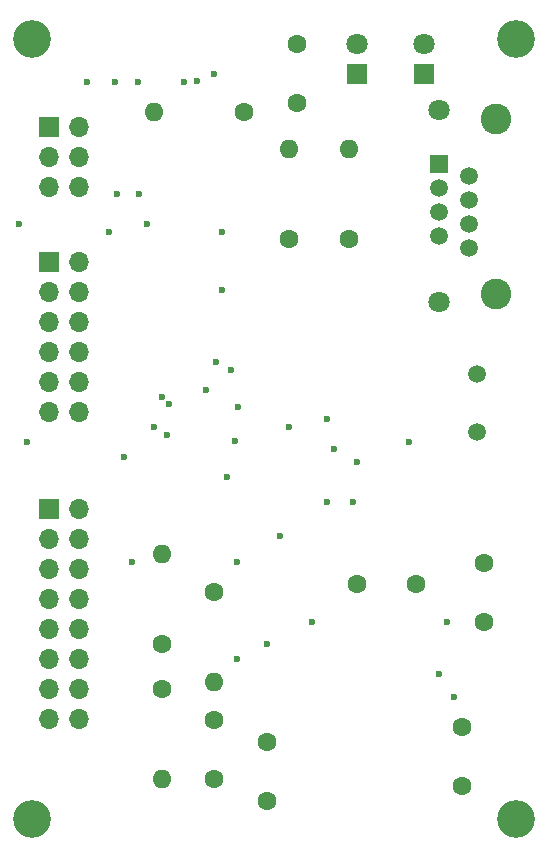
<source format=gbs>
G04 #@! TF.GenerationSoftware,KiCad,Pcbnew,(5.1.9)-1*
G04 #@! TF.CreationDate,2021-08-21T09:49:19+09:00*
G04 #@! TF.ProjectId,DragonOne_lan_rev02,44726167-6f6e-44f6-9e65-5f6c616e5f72,rev?*
G04 #@! TF.SameCoordinates,PX7cee6c0PY80befc0*
G04 #@! TF.FileFunction,Soldermask,Bot*
G04 #@! TF.FilePolarity,Negative*
%FSLAX46Y46*%
G04 Gerber Fmt 4.6, Leading zero omitted, Abs format (unit mm)*
G04 Created by KiCad (PCBNEW (5.1.9)-1) date 2021-08-21 09:49:19*
%MOMM*%
%LPD*%
G01*
G04 APERTURE LIST*
%ADD10C,1.800000*%
%ADD11C,2.600000*%
%ADD12C,1.500000*%
%ADD13R,1.500000X1.500000*%
%ADD14O,1.700000X1.700000*%
%ADD15R,1.700000X1.700000*%
%ADD16R,1.800000X1.800000*%
%ADD17C,3.200000*%
%ADD18O,1.600000X1.600000*%
%ADD19C,1.600000*%
%ADD20C,0.600000*%
G04 APERTURE END LIST*
D10*
X37465000Y62965000D03*
X37465000Y46715000D03*
D11*
X42305000Y47440000D03*
X42305000Y62240000D03*
D12*
X40005000Y51308000D03*
X40005000Y53340000D03*
X40005000Y55372000D03*
X40005000Y57404000D03*
X37465000Y52324000D03*
X37465000Y54356000D03*
X37465000Y56388000D03*
D13*
X37465000Y58420000D03*
D14*
X6985000Y56515000D03*
X4445000Y56515000D03*
X6985000Y59055000D03*
X4445000Y59055000D03*
X6985000Y61595000D03*
D15*
X4445000Y61595000D03*
D14*
X6985000Y37465000D03*
X4445000Y37465000D03*
X6985000Y40005000D03*
X4445000Y40005000D03*
X6985000Y42545000D03*
X4445000Y42545000D03*
X6985000Y45085000D03*
X4445000Y45085000D03*
X6985000Y47625000D03*
X4445000Y47625000D03*
X6985000Y50165000D03*
D15*
X4445000Y50165000D03*
D10*
X30480000Y68580000D03*
D16*
X30480000Y66040000D03*
D10*
X36195000Y68580000D03*
D16*
X36195000Y66040000D03*
D17*
X3000000Y69000000D03*
X44000000Y69000000D03*
X44000000Y3000000D03*
X3000000Y3000000D03*
D12*
X40640000Y35760000D03*
X40640000Y40640000D03*
D18*
X13970000Y25400000D03*
D19*
X13970000Y17780000D03*
D18*
X18415000Y14605000D03*
D19*
X18415000Y22225000D03*
D18*
X13970000Y6350000D03*
D19*
X13970000Y13970000D03*
D18*
X13335000Y62865000D03*
D19*
X20955000Y62865000D03*
D18*
X29845000Y59690000D03*
D19*
X29845000Y52070000D03*
D18*
X24765000Y59690000D03*
D19*
X24765000Y52070000D03*
D14*
X6985000Y11430000D03*
X4445000Y11430000D03*
X6985000Y13970000D03*
X4445000Y13970000D03*
X6985000Y16510000D03*
X4445000Y16510000D03*
X6985000Y19050000D03*
X4445000Y19050000D03*
X6985000Y21590000D03*
X4445000Y21590000D03*
X6985000Y24130000D03*
X4445000Y24130000D03*
X6985000Y26670000D03*
X4445000Y26670000D03*
X6985000Y29210000D03*
D15*
X4445000Y29210000D03*
D19*
X18415000Y11350000D03*
X18415000Y6350000D03*
X22860000Y4525000D03*
X22860000Y9525000D03*
X35480000Y22860000D03*
X30480000Y22860000D03*
X39370000Y5795000D03*
X39370000Y10795000D03*
X41275000Y24685000D03*
X41275000Y19685000D03*
X25400000Y63580000D03*
X25400000Y68580000D03*
D20*
X22859938Y17780000D03*
X26670000Y19685000D03*
X27940000Y29845000D03*
X28575000Y34290010D03*
X27940000Y36830000D03*
X20320000Y24765000D03*
X10795000Y33655000D03*
X2540000Y34925000D03*
X30190400Y29830800D03*
X10160000Y55880000D03*
X7685010Y65405000D03*
X15875000Y65405000D03*
X9525000Y52705000D03*
X38100000Y19685000D03*
X38735028Y13335000D03*
X37465000Y15240020D03*
X34924995Y34924995D03*
X12065000Y55880000D03*
X10000000Y65405008D03*
X18415000Y66040000D03*
X1905000Y53340000D03*
X30546200Y33163000D03*
X20178400Y34940500D03*
X20432000Y37830900D03*
X19526500Y31908500D03*
X11430000Y24765000D03*
X19823900Y40956100D03*
X18562000Y41701300D03*
X14401164Y35496218D03*
X17718200Y39276400D03*
X13334986Y36170100D03*
X14605000Y38100000D03*
X13970000Y38735006D03*
X20320000Y16510000D03*
X24764988Y36155801D03*
X19050000Y47745500D03*
X19050000Y52705000D03*
X23981125Y26922075D03*
X17000000Y65439990D03*
X12700000Y53340000D03*
X12000018Y65405000D03*
M02*

</source>
